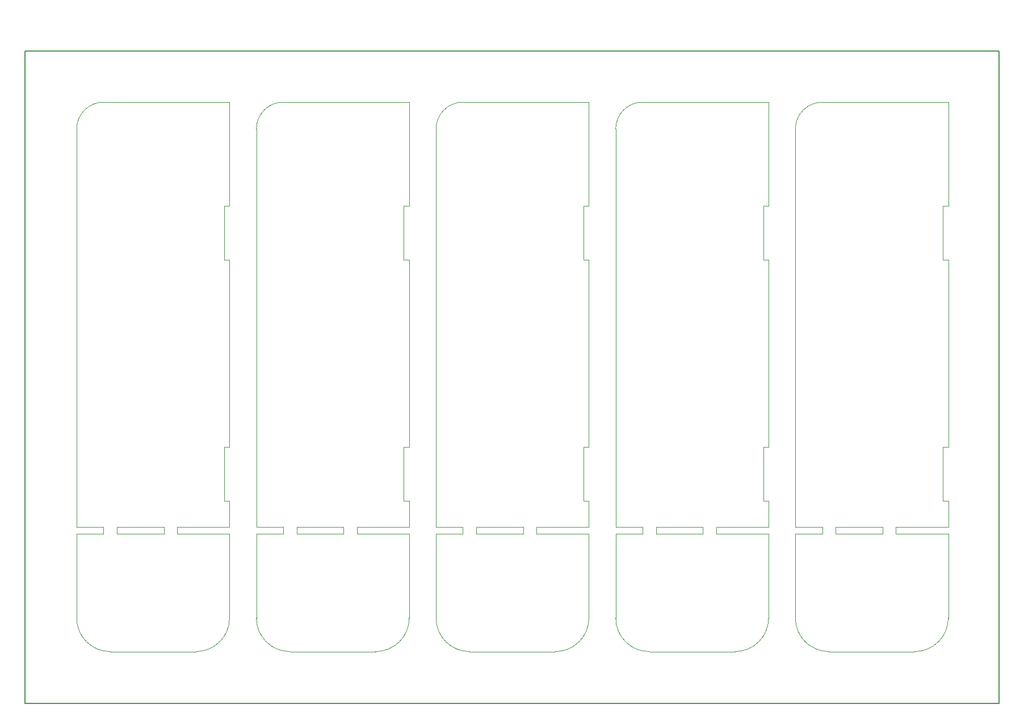
<source format=gko>
G04*
G04 #@! TF.GenerationSoftware,Altium Limited,Altium Designer,20.1.7 (139)*
G04*
G04 Layer_Color=16711935*
%FSAX25Y25*%
%MOIN*%
G70*
G04*
G04 #@! TF.SameCoordinates,F8038B2A-A6B4-4402-B74A-6C3D08F87057*
G04*
G04*
G04 #@! TF.FilePolarity,Positive*
G04*
G01*
G75*
%ADD18C,0.00787*%
%ADD162C,0.00394*%
G36*
X0000787Y0402756D02*
D01*
D02*
G37*
D18*
X0024331Y0382677D02*
X0571654D01*
X0571654Y-0000394D01*
X-0000394D02*
X0571654D01*
X-0000394D02*
Y0382677D01*
X0020866D01*
X0024331D01*
D162*
X0029921Y0049604D02*
G03*
X0049607Y0029921I0019683J-0000000D01*
G01*
X0100001Y0029921D02*
G03*
X0119686Y0049606I0000002J0019683D01*
G01*
X0045671Y0352755D02*
G03*
X0029921Y0337006I-0000000J-0015749D01*
G01*
X0053544Y0099212D02*
Y0103149D01*
Y0099212D02*
X0081103D01*
Y0103149D01*
X0053544D02*
X0081103D01*
X0049607Y0029921D02*
X0100001Y0029921D01*
X0119686Y0049606D02*
X0119686Y0099212D01*
X0088977Y0099212D02*
X0119686Y0099212D01*
X0088977Y0103149D02*
X0088977Y0099212D01*
X0088977Y0103149D02*
X0119686D01*
X0119687Y0118503D01*
X0116536Y0118503D02*
X0119687Y0118503D01*
X0116536Y0118503D02*
X0116536Y0149999D01*
X0119686Y0149999D01*
X0119683Y0260235D02*
X0119686Y0149999D01*
X0116536Y0260235D02*
X0119683Y0260235D01*
X0116536Y0260235D02*
X0116536Y0291731D01*
X0119685Y0291731D01*
X0119686Y0305826D01*
X0119686Y0352756D02*
X0119686Y0305826D01*
X0045671Y0352756D02*
X0119686Y0352756D01*
X0029921Y0337006D02*
X0029921Y0103149D01*
X0045671Y0103149D01*
Y0099212D02*
Y0103149D01*
X0029921Y0099212D02*
X0045671D01*
X0029921D02*
X0029921Y0049604D01*
X0135434Y0049604D02*
G03*
X0155120Y0029921I0019683J-0000000D01*
G01*
X0205514Y0029921D02*
G03*
X0225199Y0049606I0000002J0019683D01*
G01*
X0151184Y0352755D02*
G03*
X0135434Y0337006I-0000000J-0015749D01*
G01*
X0159057Y0099212D02*
Y0103149D01*
Y0099212D02*
X0186617D01*
Y0103149D01*
X0159057D02*
X0186617D01*
X0155120Y0029921D02*
X0205514Y0029921D01*
X0225199Y0049606D02*
X0225199Y0099212D01*
X0194491Y0099212D02*
X0225199Y0099212D01*
X0194491Y0103149D02*
X0194491Y0099212D01*
X0194491Y0103149D02*
X0225200D01*
X0225201Y0118503D01*
X0222049Y0118503D02*
X0225201Y0118503D01*
X0222049Y0118503D02*
X0222050Y0149999D01*
X0225200Y0149999D01*
X0225196Y0260235D02*
X0225200Y0149999D01*
X0222049Y0260235D02*
X0225196Y0260235D01*
X0222049Y0260235D02*
X0222050Y0291731D01*
X0225199Y0291731D01*
X0225199Y0305826D01*
X0225199Y0352756D02*
X0225199Y0305826D01*
X0151184Y0352756D02*
X0225199Y0352756D01*
X0135434Y0337006D02*
X0135434Y0103149D01*
X0151184Y0103149D01*
Y0099212D02*
Y0103149D01*
X0135434Y0099212D02*
X0151184D01*
X0135434D02*
X0135434Y0049604D01*
X0240948Y0049604D02*
G03*
X0260633Y0029921I0019683J-0000000D01*
G01*
X0311028Y0029921D02*
G03*
X0330712Y0049606I0000002J0019683D01*
G01*
X0256697Y0352755D02*
G03*
X0240948Y0337006I-0000000J-0015749D01*
G01*
X0264571Y0099212D02*
Y0103149D01*
Y0099212D02*
X0292130D01*
Y0103149D01*
X0264571D02*
X0292130D01*
X0260633Y0029921D02*
X0311028Y0029921D01*
X0330712Y0049606D02*
X0330712Y0099212D01*
X0300004Y0099212D02*
X0330712Y0099212D01*
X0300004Y0103149D02*
X0300004Y0099212D01*
X0300004Y0103149D02*
X0330713D01*
X0330714Y0118503D01*
X0327562Y0118503D02*
X0330714Y0118503D01*
X0327562Y0118503D02*
X0327563Y0149999D01*
X0330713Y0149999D01*
X0330710Y0260235D02*
X0330713Y0149999D01*
X0327563Y0260235D02*
X0330710Y0260235D01*
X0327563Y0260235D02*
X0327563Y0291731D01*
X0330712Y0291731D01*
X0330713Y0305826D01*
X0330712Y0352756D02*
X0330713Y0305826D01*
X0256698Y0352756D02*
X0330712Y0352756D01*
X0240948Y0337006D02*
X0240948Y0103149D01*
X0256698Y0103149D01*
Y0099212D02*
Y0103149D01*
X0240948Y0099212D02*
X0256698D01*
X0240948D02*
X0240948Y0049604D01*
X0346461Y0049604D02*
G03*
X0366146Y0029921I0019683J-0000000D01*
G01*
X0416541Y0029921D02*
G03*
X0436226Y0049606I0000002J0019683D01*
G01*
X0362210Y0352755D02*
G03*
X0346461Y0337006I-0000000J-0015749D01*
G01*
X0370084Y0099212D02*
Y0103149D01*
Y0099212D02*
X0397643D01*
Y0103149D01*
X0370084D02*
X0397643D01*
X0366146Y0029921D02*
X0416541Y0029921D01*
X0436226Y0049606D02*
X0436226Y0099212D01*
X0405517Y0099212D02*
X0436226Y0099212D01*
X0405517Y0103149D02*
X0405517Y0099212D01*
X0405517Y0103149D02*
X0436226D01*
X0436227Y0118503D01*
X0433076Y0118503D02*
X0436227Y0118503D01*
X0433076Y0118503D02*
X0433076Y0149999D01*
X0436226Y0149999D01*
X0436223Y0260235D02*
X0436226Y0149999D01*
X0433076Y0260235D02*
X0436223Y0260235D01*
X0433076Y0260235D02*
X0433076Y0291731D01*
X0436225Y0291731D01*
X0436226Y0305826D01*
X0436226Y0352756D02*
X0436226Y0305826D01*
X0362211Y0352756D02*
X0436226Y0352756D01*
X0346461Y0337006D02*
X0346461Y0103149D01*
X0362211Y0103149D01*
Y0099212D02*
Y0103149D01*
X0346461Y0099212D02*
X0362211D01*
X0346461D02*
X0346461Y0049604D01*
X0451974Y0049604D02*
G03*
X0471660Y0029921I0019683J-0000000D01*
G01*
X0522054Y0029921D02*
G03*
X0541739Y0049606I0000002J0019683D01*
G01*
X0467723Y0352755D02*
G03*
X0451974Y0337006I-0000000J-0015749D01*
G01*
X0475597Y0099212D02*
Y0103149D01*
Y0099212D02*
X0503156D01*
Y0103149D01*
X0475597D02*
X0503156D01*
X0471660Y0029921D02*
X0522054Y0029921D01*
X0541739Y0049606D02*
X0541739Y0099212D01*
X0511030Y0099212D02*
X0541739Y0099212D01*
X0511030Y0103149D02*
X0511030Y0099212D01*
X0511030Y0103149D02*
X0541739D01*
X0541740Y0118503D01*
X0538589Y0118503D02*
X0541740Y0118503D01*
X0538589Y0118503D02*
X0538589Y0149999D01*
X0541739Y0149999D01*
X0541736Y0260235D02*
X0541739Y0149999D01*
X0538589Y0260235D02*
X0541736Y0260235D01*
X0538589Y0260235D02*
X0538589Y0291731D01*
X0541738Y0291731D01*
X0541739Y0305826D01*
X0541739Y0352756D02*
X0541739Y0305826D01*
X0467724Y0352756D02*
X0541739Y0352756D01*
X0451974Y0337006D02*
X0451974Y0103149D01*
X0467724Y0103149D01*
Y0099212D02*
Y0103149D01*
X0451974Y0099212D02*
X0467724D01*
X0451974D02*
X0451974Y0049604D01*
M02*

</source>
